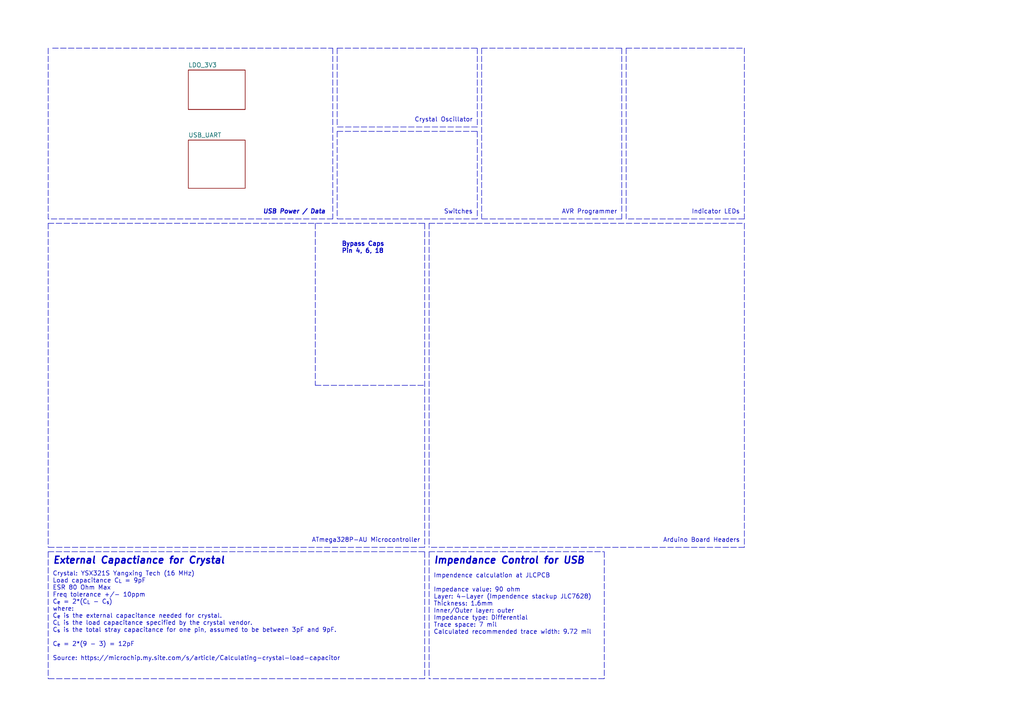
<source format=kicad_sch>
(kicad_sch (version 20230121) (generator eeschema)
  (paper "A4")
  (lib_symbols)
  (polyline (pts (xy 138.43 63.5) (xy 97.79 63.5)) (stroke (width 0) (type dash)))
  (polyline (pts (xy 97.79 13.97) (xy 138.43 13.97)) (stroke (width 0) (type dash)))
  (polyline (pts (xy 215.9 158.75) (xy 124.46 158.75)) (stroke (width 0) (type dash)))
  (polyline (pts (xy 215.9 64.77) (xy 215.9 158.75)) (stroke (width 0) (type dash)))
  (polyline (pts (xy 175.26 160.02) (xy 175.26 196.85)) (stroke (width 0) (type dash)))
  (polyline (pts (xy 123.19 160.02) (xy 123.19 196.85)) (stroke (width 0) (type dash)))
  (polyline (pts (xy 181.61 13.97) (xy 215.9 13.97)) (stroke (width 0) (type dash)))
  (polyline (pts (xy 96.52 63.5) (xy 13.97 63.5)) (stroke (width 0) (type dash)))
  (polyline (pts (xy 97.79 38.1) (xy 138.43 38.1)) (stroke (width 0) (type dash)))
  (polyline (pts (xy 138.43 36.83) (xy 97.79 36.83)) (stroke (width 0) (type dash)))
  (polyline (pts (xy 91.44 111.76) (xy 123.19 111.76)) (stroke (width 0) (type dash)))
  (polyline (pts (xy 215.9 13.97) (xy 215.9 63.5)) (stroke (width 0) (type dash)))
  (polyline (pts (xy 124.46 160.02) (xy 175.26 160.02)) (stroke (width 0) (type dash)))
  (polyline (pts (xy 215.9 63.5) (xy 181.61 63.5)) (stroke (width 0) (type dash)))
  (polyline (pts (xy 138.43 38.1) (xy 138.43 63.5)) (stroke (width 0) (type dash)))
  (polyline (pts (xy 97.79 13.97) (xy 97.79 36.83)) (stroke (width 0) (type dash)))
  (polyline (pts (xy 181.61 13.97) (xy 181.61 63.5)) (stroke (width 0) (type dash)))
  (polyline (pts (xy 97.79 38.1) (xy 97.79 63.5)) (stroke (width 0) (type dash)))
  (polyline (pts (xy 139.7 13.97) (xy 139.7 63.5)) (stroke (width 0) (type dash)))
  (polyline (pts (xy 180.34 63.5) (xy 139.7 63.5)) (stroke (width 0) (type dash)))
  (polyline (pts (xy 180.34 13.97) (xy 180.34 63.5)) (stroke (width 0) (type dash)))
  (polyline (pts (xy 124.46 64.77) (xy 215.9 64.77)) (stroke (width 0) (type dash)))
  (polyline (pts (xy 124.46 64.77) (xy 124.46 158.75)) (stroke (width 0) (type dash)))
  (polyline (pts (xy 124.46 160.02) (xy 124.46 196.85)) (stroke (width 0) (type dash)))
  (polyline (pts (xy 13.97 160.02) (xy 13.97 196.85)) (stroke (width 0) (type dash)))
  (polyline (pts (xy 13.97 160.02) (xy 123.19 160.02)) (stroke (width 0) (type dash)))
  (polyline (pts (xy 123.19 64.77) (xy 123.19 158.75)) (stroke (width 0) (type dash)))
  (polyline (pts (xy 123.19 196.85) (xy 13.97 196.85)) (stroke (width 0) (type dash)))
  (polyline (pts (xy 91.44 64.77) (xy 91.44 111.76)) (stroke (width 0) (type dash)))
  (polyline (pts (xy 15.24 13.97) (xy 96.52 13.97)) (stroke (width 0) (type dash)))
  (polyline (pts (xy 123.19 158.75) (xy 13.97 158.75)) (stroke (width 0) (type dash)))
  (polyline (pts (xy 13.97 13.97) (xy 13.97 63.5)) (stroke (width 0) (type dash)))
  (polyline (pts (xy 139.7 13.97) (xy 180.34 13.97)) (stroke (width 0) (type dash)))
  (polyline (pts (xy 13.97 64.77) (xy 123.19 64.77)) (stroke (width 0) (type dash)))
  (polyline (pts (xy 13.97 64.77) (xy 13.97 158.75)) (stroke (width 0) (type dash)))
  (polyline (pts (xy 96.52 13.97) (xy 96.52 63.5)) (stroke (width 0) (type dash)))
  (polyline (pts (xy 138.43 13.97) (xy 138.43 36.83)) (stroke (width 0) (type dash)))
  (polyline (pts (xy 175.26 196.85) (xy 124.46 196.85)) (stroke (width 0) (type dash)))
  (text_box "Two heirarchial sheets were created for you.\n\nYou must put two separate designs in respective sheets.\n\n- Power Regulator\n- CP2102 USB-to-TTL Serial" (at 299.72 171.45 0) (size 64.77 25.4) (stroke (width 0) (type dash)) (effects (font (size 1.75 1.75)) (justify left)))
  (text_box "1. Use the schematic you created in Lab 4. However, be aware that some components have changed, and additional components may be required. Consult your instructor for the specifics.\n\n2. Organize the hierarchical sheets in your schematic, placing them in the appropriate locations as you did in Lab 4.\n\n3. Before submitting your mini project for grading, remove any existing text boxes from your schematic." (at 299.72 20.32 0) (size 64.77 40.64) (stroke (width 0) (type dash)) (effects (font (size 1.75 1.75)) (justify left)))
  (text_box "To incorporate the standard Arduino UNO Board symbol into your KiCad project, follow these steps:\n\nBegin by installing the \"KiCad Library for Arduino Modules\" via the Plugin and Content Manager accessible in the Project Manager.\n\nOnce the plugin is installed, navigate to the category column and locate \"PCM_arduino-library.\" Within this category, select \"Arduino_Uno_R3_SMD_Shield\" as the schematic symbol.\n\nNote that the default footprint may not align with our project requirements. To modify the footprint, follow these instructions:\n\nClick on the symbol you've placed on the schematic.\nUse the 'E' shortcut to open the symbol properties window.\nInside the symbol properties window, focus on the footprint box.\n\nClick on the library icon associated with the footprint.\nNavigate to the \"Project_Local\" category.\nDouble-click on \"Arduino_Uno_R3_MountingHole.\"\nConfirm your selection by clicking the \"OK\" button to save the changes." (at 299.72 68.58 0) (size 64.77 95.25) (stroke (width 0) (type dash)) (effects (font (size 1.75 1.75)) (justify left)))
  (text "Impendence calculation at JLCPCB\n\nImpedance value: 90 ohm\nLayer: 4-Layer (Impendence stackup JLC7628)\nThickness: 1.6mm\nInner/Outer layer: outer\nImpedance type: Differential\nTrace space: 7 mil\nCalculated recommended trace width: 9.72 mil" (at 125.73 184.15 0) (effects (font (size 1.27 1.27)) (justify left bottom)))
  (text "Crystal Oscillator" (at 137.16 35.56 0) (effects (font (size 1.27 1.27)) (justify right bottom)))
  (text "Arduino Board Headers" (at 214.63 157.48 0) (effects (font (size 1.27 1.27)) (justify right bottom)))
  (text "Switches" (at 137.16 62.23 0) (effects (font (size 1.27 1.27)) (justify right bottom)))
  (text "Indicator LEDs" (at 214.63 62.23 0) (effects (font (size 1.27 1.27)) (justify right bottom)))
  (text "Bypass Caps\nPin 4, 6, 18" (at 99.06 73.66 0) (effects (font (size 1.27 1.27) (thickness 0.254) bold) (justify left bottom)))
  (text "USB Power / Data" (at 76.2 62.23 0) (effects (font (size 1.27 1.27) bold italic) (justify left bottom)))
  (text "Arduino UNO Headers" (at 299.72 67.31 0) (effects (font (size 2.54 2.54) (thickness 0.508) bold italic) (justify left bottom)))
  (text "Mini Project Notes" (at 299.72 19.05 0) (effects (font (size 2.54 2.54) (thickness 0.508) bold italic) (justify left bottom)))
  (text "Hierarchial Sheets" (at 299.72 170.18 0) (effects (font (size 2.54 2.54) (thickness 0.508) bold italic) (justify left bottom)))
  (text "External Capactiance for Crystal" (at 15.24 163.83 0) (effects (font (size 2 2) (thickness 0.4) bold italic) (justify left bottom)))
  (text "AVR Programmer" (at 179.07 62.23 0) (effects (font (size 1.27 1.27)) (justify right bottom)))
  (text "Crystal: YSX321S Yangxing Tech (16 MHz)\nLoad capacitance C_{L} = 9pF\nESR 80 Ohm Max\nFreq tolerance +/- 10ppm\nC_{e} = 2*(C_{L} - C_{s})\nwhere:\nC_{e} is the external capacitance needed for crystal.\nC_{L} is the load capacitance specified by the crystal vendor.\nC_{s} is the total stray capacitance for one pin, assumed to be between 3pF and 9pF.\n\nC_{e} = 2*(9 - 3) = 12pF\n\nSource: https://microchip.my.site.com/s/article/Calculating-crystal-load-capacitor" (at 15.24 191.77 0) (effects (font (size 1.27 1.27)) (justify left bottom)))
  (text "ATmega328P-AU Microcontroller" (at 121.92 157.48 0) (effects (font (size 1.27 1.27)) (justify right bottom)))
  (text "Impendance Control for USB" (at 125.73 163.83 0) (effects (font (size 2 2) (thickness 0.4) bold italic) (justify left bottom)))
  (sheet (at 54.61 20.32) (size 16.51 11.43) (stroke (width 0.1524))
    (property "Sheetname" "LDO_3V3" (at 54.61 19.6084 0) (effects (justify left bottom)))
    (property "Sheetfile" "ldo_3v3.kicad_sch" (effects hide))
  )
  (sheet (at 54.61 40.64) (size 16.51 13.97) (stroke (width 0.1524))
    (property "Sheetname" "USB_UART" (at 54.61 39.9284 0) (effects (justify left bottom)))
    (property "Sheetfile" "usb_uart_serial.kicad_sch" (effects hide))
  )
)
</source>
